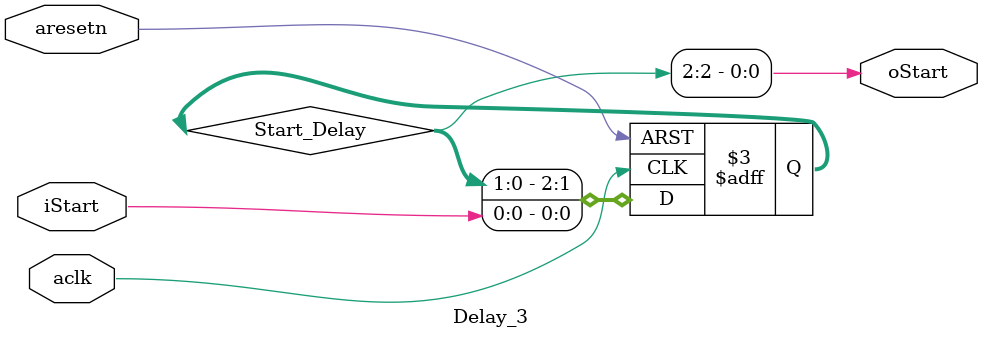
<source format=v>
module Delay_3(
	input  aclk,
	input  aresetn,
	input  iStart,
	output oStart
);

reg [2:0] Start_Delay; // 数据位宽决定了延时长度；

always @(posedge aclk or negedge aresetn) begin
    if(!aresetn) begin
        Start_Delay <= 0;
    end
    else begin
        Start_Delay[0] <= iStart;
        Start_Delay[1] <= Start_Delay[0];
        Start_Delay[2] <= Start_Delay[1];
    end
end

assign oStart = Start_Delay[2];

endmodule
</source>
